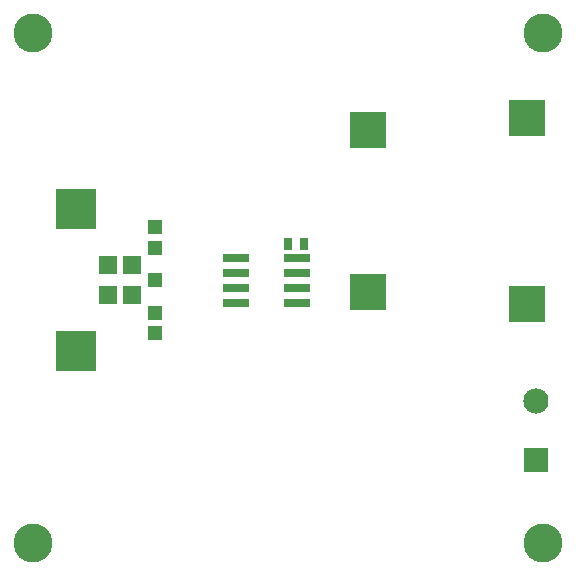
<source format=gts>
G75*
G70*
%OFA0B0*%
%FSLAX24Y24*%
%IPPOS*%
%LPD*%
%AMOC8*
5,1,8,0,0,1.08239X$1,22.5*
%
%ADD10C,0.1300*%
%ADD11R,0.0906X0.0276*%
%ADD12R,0.1221X0.1221*%
%ADD13R,0.0316X0.0394*%
%ADD14R,0.1346X0.1346*%
%ADD15R,0.0602X0.0602*%
%ADD16R,0.0516X0.0516*%
%ADD17R,0.0840X0.0840*%
%ADD18C,0.0840*%
D10*
X002651Y001431D03*
X019651Y001431D03*
X019651Y018431D03*
X002651Y018431D03*
D11*
X009397Y010911D03*
X009397Y010411D03*
X009397Y009911D03*
X009397Y009411D03*
X011445Y009411D03*
X011445Y009911D03*
X011445Y010411D03*
X011445Y010911D03*
D12*
X013801Y009788D03*
X019116Y009394D03*
X013801Y015181D03*
X019116Y015575D03*
D13*
X011667Y011401D03*
X011155Y011401D03*
D14*
X004081Y012551D03*
X004081Y007811D03*
D15*
X005148Y009689D03*
X005935Y009689D03*
X005935Y010674D03*
X005148Y010674D03*
D16*
X006723Y010181D03*
X006723Y011264D03*
X006723Y011953D03*
X006723Y009099D03*
X006723Y008410D03*
D17*
X019401Y004181D03*
D18*
X019401Y006150D03*
M02*

</source>
